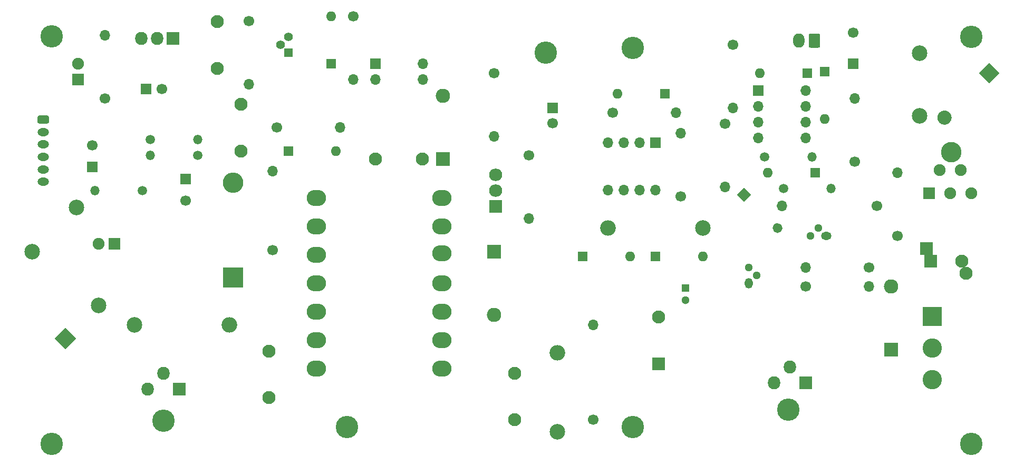
<source format=gbr>
%TF.GenerationSoftware,KiCad,Pcbnew,(5.1.6)-1*%
%TF.CreationDate,2021-01-03T21:45:47+05:30*%
%TF.ProjectId,supplyboard,73757070-6c79-4626-9f61-72642e6b6963,rev?*%
%TF.SameCoordinates,Original*%
%TF.FileFunction,Soldermask,Top*%
%TF.FilePolarity,Negative*%
%FSLAX46Y46*%
G04 Gerber Fmt 4.6, Leading zero omitted, Abs format (unit mm)*
G04 Created by KiCad (PCBNEW (5.1.6)-1) date 2021-01-03 21:45:47*
%MOMM*%
%LPD*%
G01*
G04 APERTURE LIST*
%ADD10O,3.300000X3.300000*%
%ADD11R,3.300000X3.300000*%
%ADD12C,1.700000*%
%ADD13R,1.700000X1.700000*%
%ADD14O,1.700000X1.700000*%
%ADD15O,1.500000X1.500000*%
%ADD16C,1.500000*%
%ADD17O,1.850000X1.300000*%
%ADD18R,1.300000X1.300000*%
%ADD19C,1.300000*%
%ADD20C,0.100000*%
%ADD21C,3.600000*%
%ADD22O,1.600000X1.600000*%
%ADD23R,1.600000X1.600000*%
%ADD24C,2.100000*%
%ADD25R,2.100000X2.100000*%
%ADD26O,3.100000X2.600000*%
%ADD27O,2.500000X2.500000*%
%ADD28C,2.500000*%
%ADD29O,2.300000X2.300000*%
%ADD30R,2.300000X2.300000*%
%ADD31C,1.900000*%
%ADD32R,1.900000X1.900000*%
%ADD33O,2.005000X2.100000*%
%ADD34R,2.005000X2.100000*%
%ADD35C,3.100000*%
%ADD36R,3.100000X3.100000*%
%ADD37O,1.900000X1.900000*%
%ADD38C,3.300000*%
%ADD39O,1.840000X2.290000*%
%ADD40O,1.300000X1.300000*%
%ADD41O,1.700000X1.300000*%
%ADD42R,2.100000X2.005000*%
%ADD43O,2.100000X2.005000*%
%ADD44O,1.300000X1.700000*%
%ADD45C,1.400000*%
%ADD46R,1.400000X1.400000*%
G04 APERTURE END LIST*
D10*
%TO.C,D8*%
X71120000Y-106045000D03*
D11*
X71120000Y-121285000D03*
%TD*%
D12*
%TO.C,C20*%
X63500000Y-108910000D03*
D13*
X63500000Y-105410000D03*
%TD*%
D14*
%TO.C,R19*%
X77470000Y-104140000D03*
D12*
X77470000Y-116840000D03*
%TD*%
D15*
%TO.C,R25*%
X57785000Y-101600000D03*
D16*
X65405000Y-101600000D03*
%TD*%
D15*
%TO.C,R21*%
X65405000Y-99060000D03*
D16*
X57785000Y-99060000D03*
%TD*%
D15*
%TO.C,R9*%
X48895000Y-107315000D03*
D16*
X56515000Y-107315000D03*
%TD*%
D17*
%TO.C,J2*%
X40640000Y-105885000D03*
X40640000Y-103885000D03*
X40640000Y-101885000D03*
X40640000Y-99885000D03*
X40640000Y-97885000D03*
G36*
G01*
X39985832Y-95235000D02*
X41294168Y-95235000D01*
G75*
G02*
X41565000Y-95505832I0J-270832D01*
G01*
X41565000Y-96264168D01*
G75*
G02*
X41294168Y-96535000I-270832J0D01*
G01*
X39985832Y-96535000D01*
G75*
G02*
X39715000Y-96264168I0J270832D01*
G01*
X39715000Y-95505832D01*
G75*
G02*
X39985832Y-95235000I270832J0D01*
G01*
G37*
%TD*%
D14*
%TO.C,R31*%
X159258000Y-109728000D03*
D12*
X174498000Y-109728000D03*
%TD*%
D15*
%TO.C,R30*%
X167132000Y-106934000D03*
D16*
X159512000Y-106934000D03*
%TD*%
D15*
%TO.C,R36*%
X164084000Y-101854000D03*
D16*
X156464000Y-101854000D03*
%TD*%
D18*
%TO.C,C18*%
X143764000Y-122936000D03*
D19*
X143764000Y-124936000D03*
%TD*%
%TO.C,D3*%
G36*
G01*
X186160968Y-94763032D02*
X186160968Y-94763032D01*
G75*
G02*
X186160968Y-96389378I-813173J-813173D01*
G01*
X186160968Y-96389378D01*
G75*
G02*
X184534622Y-96389378I-813173J813173D01*
G01*
X184534622Y-96389378D01*
G75*
G02*
X184534622Y-94763032I813173J813173D01*
G01*
X184534622Y-94763032D01*
G75*
G02*
X186160968Y-94763032I813173J-813173D01*
G01*
G37*
D20*
G36*
X192532000Y-86765654D02*
G01*
X194158346Y-88392000D01*
X192532000Y-90018346D01*
X190905654Y-88392000D01*
X192532000Y-86765654D01*
G37*
%TD*%
D21*
%TO.C,*%
X42025000Y-82500000D03*
%TD*%
%TO.C,*%
X189665000Y-82550000D03*
%TD*%
%TO.C,*%
X189675000Y-148005000D03*
%TD*%
%TO.C,*%
X160274000Y-142494000D03*
%TD*%
%TO.C,*%
X89408000Y-145288000D03*
%TD*%
%TO.C,*%
X42025000Y-148005000D03*
%TD*%
D13*
%TO.C,C21*%
X48514000Y-103505000D03*
D12*
X48514000Y-100005000D03*
%TD*%
D22*
%TO.C,ZD*%
X146558000Y-117856000D03*
D23*
X138938000Y-117856000D03*
%TD*%
D24*
%TO.C,C4*%
X188806144Y-120618000D03*
D25*
X182461856Y-116618000D03*
D24*
X188134000Y-118618000D03*
D25*
X183134000Y-118618000D03*
%TD*%
D26*
%TO.C,T1*%
X84455000Y-113030000D03*
X84455000Y-122174000D03*
X84455000Y-135890000D03*
X104648000Y-122174000D03*
X104648000Y-113030000D03*
X104648000Y-108458000D03*
X104648000Y-126746000D03*
X84455000Y-131318000D03*
X84455000Y-126746000D03*
X104648000Y-131318000D03*
X84455000Y-117602000D03*
X84455000Y-108458000D03*
X104648000Y-117348000D03*
X104648000Y-135890000D03*
%TD*%
D23*
%TO.C,D2*%
X127254000Y-117856000D03*
D22*
X134874000Y-117856000D03*
%TD*%
%TO.C,D7*%
X132842000Y-91694000D03*
D23*
X140462000Y-91694000D03*
%TD*%
%TO.C,D10*%
X166116000Y-88138000D03*
D22*
X166116000Y-95758000D03*
%TD*%
D23*
%TO.C,D9*%
X163322000Y-88392000D03*
D22*
X155702000Y-88392000D03*
%TD*%
%TO.C,D14*%
X156972000Y-104394000D03*
D23*
X164592000Y-104394000D03*
%TD*%
D20*
%TO.C,D13*%
G36*
X152030629Y-107950000D02*
G01*
X153162000Y-106818629D01*
X154293371Y-107950000D01*
X153162000Y-109081371D01*
X152030629Y-107950000D01*
G37*
G36*
G01*
X157984469Y-112772469D02*
X157984469Y-112772469D01*
G75*
G02*
X159115839Y-112772469I565685J-565685D01*
G01*
X159115839Y-112772469D01*
G75*
G02*
X159115839Y-113903839I-565685J-565685D01*
G01*
X159115839Y-113903839D01*
G75*
G02*
X157984469Y-113903839I-565685J565685D01*
G01*
X157984469Y-113903839D01*
G75*
G02*
X157984469Y-112772469I565685J565685D01*
G01*
G37*
%TD*%
D27*
%TO.C,R4*%
X131318000Y-113284000D03*
D28*
X146558000Y-113284000D03*
%TD*%
D29*
%TO.C,D4*%
X113030000Y-127254000D03*
D30*
X113030000Y-117094000D03*
%TD*%
D31*
%TO.C,LED1*%
X49530000Y-115824000D03*
D32*
X52070000Y-115824000D03*
%TD*%
D31*
%TO.C,LED2*%
X46228000Y-86868000D03*
D32*
X46228000Y-89408000D03*
%TD*%
D33*
%TO.C,Q2*%
X57404000Y-139192000D03*
X59944000Y-136652000D03*
D34*
X62484000Y-139192000D03*
%TD*%
D33*
%TO.C,Q1*%
X157988000Y-138176000D03*
X160528000Y-135636000D03*
D34*
X163068000Y-138176000D03*
%TD*%
D29*
%TO.C,D1*%
X176784000Y-122682000D03*
D30*
X176784000Y-132842000D03*
%TD*%
D29*
%TO.C,D6*%
X104775000Y-92075000D03*
D30*
X104775000Y-102235000D03*
%TD*%
D14*
%TO.C,R42*%
X177800000Y-104394000D03*
D12*
X177800000Y-114554000D03*
%TD*%
D35*
%TO.C,J1*%
X183388000Y-137668000D03*
X183388000Y-132588000D03*
D36*
X183388000Y-127508000D03*
%TD*%
D27*
%TO.C,R2*%
X70485000Y-128905000D03*
D28*
X55245000Y-128905000D03*
%TD*%
%TO.C,L1*%
X45933068Y-110022932D03*
X38862000Y-117094000D03*
%TD*%
%TO.C,L2*%
X181356000Y-85250000D03*
X181356000Y-95250000D03*
%TD*%
D37*
%TO.C,U6*%
X189680000Y-107696000D03*
X187980000Y-103996000D03*
X186280000Y-107696000D03*
X184580000Y-103996000D03*
D32*
X182880000Y-107696000D03*
%TD*%
D12*
%TO.C,C8*%
X170688000Y-81868000D03*
D13*
X170688000Y-86868000D03*
%TD*%
D14*
%TO.C,R45*%
X170942000Y-92456000D03*
D12*
X170942000Y-102616000D03*
%TD*%
D14*
%TO.C,R27*%
X142240000Y-94742000D03*
D12*
X132080000Y-94742000D03*
%TD*%
%TO.C,C3*%
X122428000Y-96480000D03*
D13*
X122428000Y-93980000D03*
%TD*%
D14*
%TO.C,R46*%
X163068000Y-119634000D03*
D12*
X173228000Y-119634000D03*
%TD*%
D14*
%TO.C,R47*%
X173228000Y-122682000D03*
D12*
X163068000Y-122682000D03*
%TD*%
D21*
%TO.C,*%
X135255000Y-145288000D03*
%TD*%
%TO.C,*%
X135255000Y-84328000D03*
%TD*%
%TO.C,*%
X121285000Y-85090000D03*
%TD*%
%TO.C,REF\u002A\u002A*%
X59944000Y-144272000D03*
%TD*%
D14*
%TO.C,R12*%
X50546000Y-82296000D03*
D12*
X50546000Y-92456000D03*
%TD*%
%TO.C,C16*%
X59650000Y-90932000D03*
D13*
X57150000Y-90932000D03*
%TD*%
D24*
%TO.C,C12*%
X68580000Y-80130000D03*
X68580000Y-87630000D03*
%TD*%
D14*
%TO.C,R14*%
X143002000Y-98044000D03*
D12*
X143002000Y-108204000D03*
%TD*%
D14*
%TO.C,R29*%
X150114000Y-106680000D03*
D12*
X150114000Y-96520000D03*
%TD*%
D14*
%TO.C,R28*%
X151384000Y-93980000D03*
D12*
X151384000Y-83820000D03*
%TD*%
D14*
%TO.C,R20*%
X88265000Y-97155000D03*
D12*
X78105000Y-97155000D03*
%TD*%
D14*
%TO.C,R18*%
X113030000Y-98552000D03*
D12*
X113030000Y-88392000D03*
%TD*%
D14*
%TO.C,R5*%
X118618000Y-111760000D03*
D12*
X118618000Y-101600000D03*
%TD*%
D14*
%TO.C,R16*%
X90424000Y-89408000D03*
D12*
X90424000Y-79248000D03*
%TD*%
D14*
%TO.C,R17*%
X73660000Y-90170000D03*
D12*
X73660000Y-80010000D03*
%TD*%
D28*
%TO.C,C19*%
X49499301Y-125760699D03*
D20*
G36*
X44196000Y-132831767D02*
G01*
X42428233Y-131064000D01*
X44196000Y-129296233D01*
X45963767Y-131064000D01*
X44196000Y-132831767D01*
G37*
%TD*%
D38*
%TO.C,*%
X186436000Y-101092000D03*
%TD*%
D24*
%TO.C,C1*%
X116332000Y-144152000D03*
X116332000Y-136652000D03*
%TD*%
%TO.C,C2*%
X76835000Y-133096000D03*
X76835000Y-140596000D03*
%TD*%
%TO.C,C5*%
X139446000Y-127628000D03*
D25*
X139446000Y-135128000D03*
%TD*%
D24*
%TO.C,C10*%
X93980000Y-102235000D03*
X101480000Y-102235000D03*
%TD*%
%TO.C,C13*%
X72390000Y-93465000D03*
X72390000Y-100965000D03*
%TD*%
D22*
%TO.C,D5*%
X86868000Y-79248000D03*
D23*
X86868000Y-86868000D03*
%TD*%
%TO.C,D11*%
X80010000Y-100965000D03*
D22*
X87630000Y-100965000D03*
%TD*%
%TO.C,J3*%
G36*
G01*
X165385000Y-82304367D02*
X165385000Y-84065633D01*
G75*
G02*
X165120633Y-84330000I-264367J0D01*
G01*
X163809367Y-84330000D01*
G75*
G02*
X163545000Y-84065633I0J264367D01*
G01*
X163545000Y-82304367D01*
G75*
G02*
X163809367Y-82040000I264367J0D01*
G01*
X165120633Y-82040000D01*
G75*
G02*
X165385000Y-82304367I0J-264367D01*
G01*
G37*
D39*
X161925000Y-83185000D03*
%TD*%
D40*
%TO.C,Q3*%
X163830000Y-114554000D03*
X165100000Y-113284000D03*
D41*
X166370000Y-114554000D03*
%TD*%
D42*
%TO.C,Q4*%
X113284000Y-109855000D03*
D43*
X113284000Y-107315000D03*
X113284000Y-104775000D03*
%TD*%
D44*
%TO.C,Q5*%
X153924000Y-122174000D03*
D40*
X155194000Y-120904000D03*
X153924000Y-119634000D03*
%TD*%
D12*
%TO.C,R3*%
X128905000Y-144145000D03*
D14*
X128905000Y-128905000D03*
%TD*%
D27*
%TO.C,R6*%
X123190000Y-133350000D03*
D28*
X123190000Y-146050000D03*
%TD*%
D13*
%TO.C,U1*%
X93980000Y-86868000D03*
D14*
X101600000Y-89408000D03*
X93980000Y-89408000D03*
X101600000Y-86868000D03*
%TD*%
D13*
%TO.C,U2*%
X138938000Y-99568000D03*
D14*
X131318000Y-107188000D03*
X136398000Y-99568000D03*
X133858000Y-107188000D03*
X133858000Y-99568000D03*
X136398000Y-107188000D03*
X131318000Y-99568000D03*
X138938000Y-107188000D03*
%TD*%
D45*
%TO.C,U3*%
X78740000Y-83820000D03*
X80010000Y-82550000D03*
D46*
X80010000Y-85090000D03*
%TD*%
D34*
%TO.C,U4*%
X61468000Y-82804000D03*
D33*
X58928000Y-82804000D03*
X56388000Y-82804000D03*
%TD*%
D14*
%TO.C,U5*%
X163068000Y-91186000D03*
X155448000Y-98806000D03*
X163068000Y-93726000D03*
X155448000Y-96266000D03*
X163068000Y-96266000D03*
X155448000Y-93726000D03*
X163068000Y-98806000D03*
D13*
X155448000Y-91186000D03*
%TD*%
M02*

</source>
